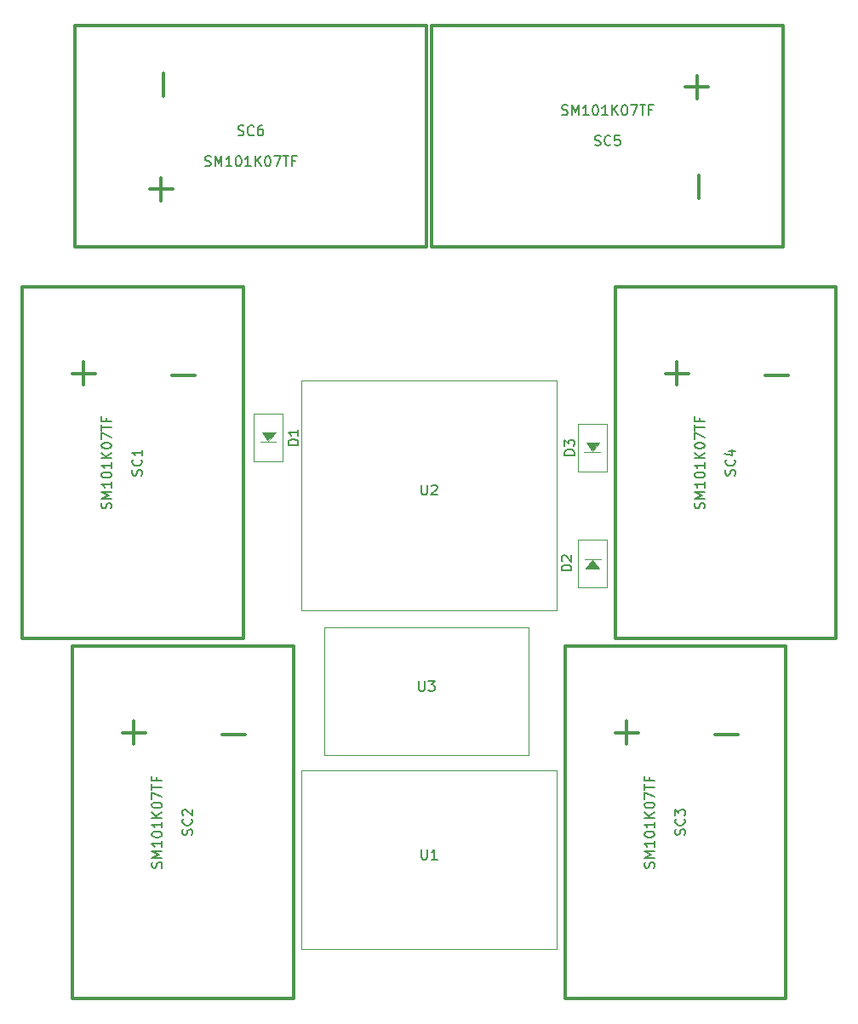
<source format=gbr>
%TF.GenerationSoftware,KiCad,Pcbnew,(5.1.10)-1*%
%TF.CreationDate,2022-05-08T17:07:42-07:00*%
%TF.ProjectId,solar-panel-side+XY,736f6c61-722d-4706-916e-656c2d736964,1.0*%
%TF.SameCoordinates,Original*%
%TF.FileFunction,Legend,Top*%
%TF.FilePolarity,Positive*%
%FSLAX46Y46*%
G04 Gerber Fmt 4.6, Leading zero omitted, Abs format (unit mm)*
G04 Created by KiCad (PCBNEW (5.1.10)-1) date 2022-05-08 17:07:42*
%MOMM*%
%LPD*%
G01*
G04 APERTURE LIST*
%ADD10C,0.120000*%
%ADD11C,0.100000*%
%ADD12C,0.300000*%
%ADD13C,0.150000*%
G04 APERTURE END LIST*
D10*
%TO.C,D3*%
X159200000Y-94375000D02*
X159200000Y-89625000D01*
X159200000Y-89625000D02*
X156300000Y-89625000D01*
X159200000Y-94375000D02*
X156300000Y-94375000D01*
X156300000Y-94375000D02*
X156300000Y-89625000D01*
D11*
G36*
X158461200Y-91492000D02*
G01*
X157724600Y-92304800D01*
X157115000Y-91492000D01*
X158461200Y-91492000D01*
G37*
X158461200Y-91492000D02*
X157724600Y-92304800D01*
X157115000Y-91492000D01*
X158461200Y-91492000D01*
D10*
X156937200Y-92431800D02*
X158486600Y-92431800D01*
%TO.C,D2*%
X156300000Y-101125000D02*
X156300000Y-105875000D01*
X156300000Y-105875000D02*
X159200000Y-105875000D01*
X156300000Y-101125000D02*
X159200000Y-101125000D01*
X159200000Y-101125000D02*
X159200000Y-105875000D01*
D11*
G36*
X157038800Y-104008000D02*
G01*
X157775400Y-103195200D01*
X158385000Y-104008000D01*
X157038800Y-104008000D01*
G37*
X157038800Y-104008000D02*
X157775400Y-103195200D01*
X158385000Y-104008000D01*
X157038800Y-104008000D01*
D10*
X158562800Y-103068200D02*
X157013400Y-103068200D01*
%TO.C,D1*%
X126950000Y-93375000D02*
X126950000Y-88625000D01*
X126950000Y-88625000D02*
X124050000Y-88625000D01*
X126950000Y-93375000D02*
X124050000Y-93375000D01*
X124050000Y-93375000D02*
X124050000Y-88625000D01*
D11*
G36*
X126211200Y-90492000D02*
G01*
X125474600Y-91304800D01*
X124865000Y-90492000D01*
X126211200Y-90492000D01*
G37*
X126211200Y-90492000D02*
X125474600Y-91304800D01*
X124865000Y-90492000D01*
X126211200Y-90492000D01*
D10*
X124687200Y-91431800D02*
X126236600Y-91431800D01*
%TO.C,U3*%
X141250000Y-109900000D02*
X131090000Y-109900000D01*
X131090000Y-109900000D02*
X131090000Y-116250000D01*
X141250000Y-109900000D02*
X151410000Y-109900000D01*
X151410000Y-109900000D02*
X151410000Y-116250000D01*
X131090000Y-122600000D02*
X131090000Y-116250000D01*
X141250000Y-122600000D02*
X131090000Y-122600000D01*
X151410000Y-122600000D02*
X151410000Y-116250000D01*
X141250000Y-122600000D02*
X151410000Y-122600000D01*
%TO.C,U2*%
X128800000Y-99290000D02*
X128800000Y-108180000D01*
X154200000Y-99290000D02*
X154200000Y-108180000D01*
X154200000Y-99290000D02*
X154200000Y-96750000D01*
X154200000Y-108180000D02*
X152422000Y-108180000D01*
X141500000Y-108180000D02*
X154200000Y-108180000D01*
X141500000Y-108180000D02*
X128800000Y-108180000D01*
X128800000Y-99290000D02*
X128800000Y-96750000D01*
X154200000Y-94210000D02*
X154200000Y-96750000D01*
X128800000Y-94210000D02*
X128800000Y-96750000D01*
X128800000Y-85320000D02*
X130578000Y-85320000D01*
X154200000Y-94210000D02*
X154200000Y-85320000D01*
X141500000Y-85320000D02*
X154200000Y-85320000D01*
X128800000Y-94210000D02*
X128800000Y-85320000D01*
X141500000Y-85320000D02*
X128800000Y-85320000D01*
%TO.C,U1*%
X141500000Y-124110000D02*
X128800000Y-124110000D01*
X128800000Y-133000000D02*
X128800000Y-124110000D01*
X141500000Y-124110000D02*
X154200000Y-124110000D01*
X154200000Y-133000000D02*
X154200000Y-124110000D01*
X128800000Y-133000000D02*
X128800000Y-141890000D01*
X141500000Y-141890000D02*
X128800000Y-141890000D01*
X141500000Y-141890000D02*
X154200000Y-141890000D01*
X154200000Y-133000000D02*
X154200000Y-141890000D01*
D12*
%TO.C,SC6*%
X141250000Y-50000000D02*
X141250000Y-72000000D01*
X106250000Y-50000000D02*
X141250000Y-50000000D01*
X106250000Y-72000000D02*
X106250000Y-50000000D01*
X141250000Y-72000000D02*
X106250000Y-72000000D01*
%TO.C,SC5*%
X141750000Y-72000000D02*
X141750000Y-50000000D01*
X176750000Y-72000000D02*
X141750000Y-72000000D01*
X176750000Y-50000000D02*
X176750000Y-72000000D01*
X141750000Y-50000000D02*
X176750000Y-50000000D01*
%TO.C,SC4*%
X182000000Y-111000000D02*
X160000000Y-111000000D01*
X182000000Y-76000000D02*
X182000000Y-111000000D01*
X160000000Y-76000000D02*
X182000000Y-76000000D01*
X160000000Y-111000000D02*
X160000000Y-76000000D01*
%TO.C,SC3*%
X177000000Y-146750000D02*
X155000000Y-146750000D01*
X177000000Y-111750000D02*
X177000000Y-146750000D01*
X155000000Y-111750000D02*
X177000000Y-111750000D01*
X155000000Y-146750000D02*
X155000000Y-111750000D01*
%TO.C,SC2*%
X128000000Y-146750000D02*
X106000000Y-146750000D01*
X128000000Y-111750000D02*
X128000000Y-146750000D01*
X106000000Y-111750000D02*
X128000000Y-111750000D01*
X106000000Y-146750000D02*
X106000000Y-111750000D01*
%TO.C,SC1*%
X123000000Y-111000000D02*
X101000000Y-111000000D01*
X123000000Y-76000000D02*
X123000000Y-111000000D01*
X101000000Y-76000000D02*
X123000000Y-76000000D01*
X101000000Y-111000000D02*
X101000000Y-76000000D01*
%TO.C,D3*%
D13*
X155952380Y-92738095D02*
X154952380Y-92738095D01*
X154952380Y-92500000D01*
X155000000Y-92357142D01*
X155095238Y-92261904D01*
X155190476Y-92214285D01*
X155380952Y-92166666D01*
X155523809Y-92166666D01*
X155714285Y-92214285D01*
X155809523Y-92261904D01*
X155904761Y-92357142D01*
X155952380Y-92500000D01*
X155952380Y-92738095D01*
X154952380Y-91833333D02*
X154952380Y-91214285D01*
X155333333Y-91547619D01*
X155333333Y-91404761D01*
X155380952Y-91309523D01*
X155428571Y-91261904D01*
X155523809Y-91214285D01*
X155761904Y-91214285D01*
X155857142Y-91261904D01*
X155904761Y-91309523D01*
X155952380Y-91404761D01*
X155952380Y-91690476D01*
X155904761Y-91785714D01*
X155857142Y-91833333D01*
%TO.C,D2*%
X155662380Y-104238095D02*
X154662380Y-104238095D01*
X154662380Y-104000000D01*
X154710000Y-103857142D01*
X154805238Y-103761904D01*
X154900476Y-103714285D01*
X155090952Y-103666666D01*
X155233809Y-103666666D01*
X155424285Y-103714285D01*
X155519523Y-103761904D01*
X155614761Y-103857142D01*
X155662380Y-104000000D01*
X155662380Y-104238095D01*
X154757619Y-103285714D02*
X154710000Y-103238095D01*
X154662380Y-103142857D01*
X154662380Y-102904761D01*
X154710000Y-102809523D01*
X154757619Y-102761904D01*
X154852857Y-102714285D01*
X154948095Y-102714285D01*
X155090952Y-102761904D01*
X155662380Y-103333333D01*
X155662380Y-102714285D01*
%TO.C,D1*%
X128492380Y-91738095D02*
X127492380Y-91738095D01*
X127492380Y-91500000D01*
X127540000Y-91357142D01*
X127635238Y-91261904D01*
X127730476Y-91214285D01*
X127920952Y-91166666D01*
X128063809Y-91166666D01*
X128254285Y-91214285D01*
X128349523Y-91261904D01*
X128444761Y-91357142D01*
X128492380Y-91500000D01*
X128492380Y-91738095D01*
X128492380Y-90214285D02*
X128492380Y-90785714D01*
X128492380Y-90500000D02*
X127492380Y-90500000D01*
X127635238Y-90595238D01*
X127730476Y-90690476D01*
X127778095Y-90785714D01*
%TO.C,U3*%
X140488095Y-115202380D02*
X140488095Y-116011904D01*
X140535714Y-116107142D01*
X140583333Y-116154761D01*
X140678571Y-116202380D01*
X140869047Y-116202380D01*
X140964285Y-116154761D01*
X141011904Y-116107142D01*
X141059523Y-116011904D01*
X141059523Y-115202380D01*
X141440476Y-115202380D02*
X142059523Y-115202380D01*
X141726190Y-115583333D01*
X141869047Y-115583333D01*
X141964285Y-115630952D01*
X142011904Y-115678571D01*
X142059523Y-115773809D01*
X142059523Y-116011904D01*
X142011904Y-116107142D01*
X141964285Y-116154761D01*
X141869047Y-116202380D01*
X141583333Y-116202380D01*
X141488095Y-116154761D01*
X141440476Y-116107142D01*
%TO.C,U2*%
X140738095Y-95702380D02*
X140738095Y-96511904D01*
X140785714Y-96607142D01*
X140833333Y-96654761D01*
X140928571Y-96702380D01*
X141119047Y-96702380D01*
X141214285Y-96654761D01*
X141261904Y-96607142D01*
X141309523Y-96511904D01*
X141309523Y-95702380D01*
X141738095Y-95797619D02*
X141785714Y-95750000D01*
X141880952Y-95702380D01*
X142119047Y-95702380D01*
X142214285Y-95750000D01*
X142261904Y-95797619D01*
X142309523Y-95892857D01*
X142309523Y-95988095D01*
X142261904Y-96130952D01*
X141690476Y-96702380D01*
X142309523Y-96702380D01*
%TO.C,U1*%
X140738095Y-131952380D02*
X140738095Y-132761904D01*
X140785714Y-132857142D01*
X140833333Y-132904761D01*
X140928571Y-132952380D01*
X141119047Y-132952380D01*
X141214285Y-132904761D01*
X141261904Y-132857142D01*
X141309523Y-132761904D01*
X141309523Y-131952380D01*
X142309523Y-132952380D02*
X141738095Y-132952380D01*
X142023809Y-132952380D02*
X142023809Y-131952380D01*
X141928571Y-132095238D01*
X141833333Y-132190476D01*
X141738095Y-132238095D01*
%TO.C,SC6*%
X122488095Y-60904761D02*
X122630952Y-60952380D01*
X122869047Y-60952380D01*
X122964285Y-60904761D01*
X123011904Y-60857142D01*
X123059523Y-60761904D01*
X123059523Y-60666666D01*
X123011904Y-60571428D01*
X122964285Y-60523809D01*
X122869047Y-60476190D01*
X122678571Y-60428571D01*
X122583333Y-60380952D01*
X122535714Y-60333333D01*
X122488095Y-60238095D01*
X122488095Y-60142857D01*
X122535714Y-60047619D01*
X122583333Y-60000000D01*
X122678571Y-59952380D01*
X122916666Y-59952380D01*
X123059523Y-60000000D01*
X124059523Y-60857142D02*
X124011904Y-60904761D01*
X123869047Y-60952380D01*
X123773809Y-60952380D01*
X123630952Y-60904761D01*
X123535714Y-60809523D01*
X123488095Y-60714285D01*
X123440476Y-60523809D01*
X123440476Y-60380952D01*
X123488095Y-60190476D01*
X123535714Y-60095238D01*
X123630952Y-60000000D01*
X123773809Y-59952380D01*
X123869047Y-59952380D01*
X124011904Y-60000000D01*
X124059523Y-60047619D01*
X124916666Y-59952380D02*
X124726190Y-59952380D01*
X124630952Y-60000000D01*
X124583333Y-60047619D01*
X124488095Y-60190476D01*
X124440476Y-60380952D01*
X124440476Y-60761904D01*
X124488095Y-60857142D01*
X124535714Y-60904761D01*
X124630952Y-60952380D01*
X124821428Y-60952380D01*
X124916666Y-60904761D01*
X124964285Y-60857142D01*
X125011904Y-60761904D01*
X125011904Y-60523809D01*
X124964285Y-60428571D01*
X124916666Y-60380952D01*
X124821428Y-60333333D01*
X124630952Y-60333333D01*
X124535714Y-60380952D01*
X124488095Y-60428571D01*
X124440476Y-60523809D01*
X119202380Y-63944761D02*
X119345238Y-63992380D01*
X119583333Y-63992380D01*
X119678571Y-63944761D01*
X119726190Y-63897142D01*
X119773809Y-63801904D01*
X119773809Y-63706666D01*
X119726190Y-63611428D01*
X119678571Y-63563809D01*
X119583333Y-63516190D01*
X119392857Y-63468571D01*
X119297619Y-63420952D01*
X119250000Y-63373333D01*
X119202380Y-63278095D01*
X119202380Y-63182857D01*
X119250000Y-63087619D01*
X119297619Y-63040000D01*
X119392857Y-62992380D01*
X119630952Y-62992380D01*
X119773809Y-63040000D01*
X120202380Y-63992380D02*
X120202380Y-62992380D01*
X120535714Y-63706666D01*
X120869047Y-62992380D01*
X120869047Y-63992380D01*
X121869047Y-63992380D02*
X121297619Y-63992380D01*
X121583333Y-63992380D02*
X121583333Y-62992380D01*
X121488095Y-63135238D01*
X121392857Y-63230476D01*
X121297619Y-63278095D01*
X122488095Y-62992380D02*
X122583333Y-62992380D01*
X122678571Y-63040000D01*
X122726190Y-63087619D01*
X122773809Y-63182857D01*
X122821428Y-63373333D01*
X122821428Y-63611428D01*
X122773809Y-63801904D01*
X122726190Y-63897142D01*
X122678571Y-63944761D01*
X122583333Y-63992380D01*
X122488095Y-63992380D01*
X122392857Y-63944761D01*
X122345238Y-63897142D01*
X122297619Y-63801904D01*
X122250000Y-63611428D01*
X122250000Y-63373333D01*
X122297619Y-63182857D01*
X122345238Y-63087619D01*
X122392857Y-63040000D01*
X122488095Y-62992380D01*
X123773809Y-63992380D02*
X123202380Y-63992380D01*
X123488095Y-63992380D02*
X123488095Y-62992380D01*
X123392857Y-63135238D01*
X123297619Y-63230476D01*
X123202380Y-63278095D01*
X124202380Y-63992380D02*
X124202380Y-62992380D01*
X124773809Y-63992380D02*
X124345238Y-63420952D01*
X124773809Y-62992380D02*
X124202380Y-63563809D01*
X125392857Y-62992380D02*
X125488095Y-62992380D01*
X125583333Y-63040000D01*
X125630952Y-63087619D01*
X125678571Y-63182857D01*
X125726190Y-63373333D01*
X125726190Y-63611428D01*
X125678571Y-63801904D01*
X125630952Y-63897142D01*
X125583333Y-63944761D01*
X125488095Y-63992380D01*
X125392857Y-63992380D01*
X125297619Y-63944761D01*
X125250000Y-63897142D01*
X125202380Y-63801904D01*
X125154761Y-63611428D01*
X125154761Y-63373333D01*
X125202380Y-63182857D01*
X125250000Y-63087619D01*
X125297619Y-63040000D01*
X125392857Y-62992380D01*
X126059523Y-62992380D02*
X126726190Y-62992380D01*
X126297619Y-63992380D01*
X126964285Y-62992380D02*
X127535714Y-62992380D01*
X127250000Y-63992380D02*
X127250000Y-62992380D01*
X128202380Y-63468571D02*
X127869047Y-63468571D01*
X127869047Y-63992380D02*
X127869047Y-62992380D01*
X128345238Y-62992380D01*
D12*
X115074285Y-57062857D02*
X115074285Y-54777142D01*
X113717142Y-66294285D02*
X116002857Y-66294285D01*
X114860000Y-67437142D02*
X114860000Y-65151428D01*
%TO.C,SC5*%
D13*
X157988095Y-61904761D02*
X158130952Y-61952380D01*
X158369047Y-61952380D01*
X158464285Y-61904761D01*
X158511904Y-61857142D01*
X158559523Y-61761904D01*
X158559523Y-61666666D01*
X158511904Y-61571428D01*
X158464285Y-61523809D01*
X158369047Y-61476190D01*
X158178571Y-61428571D01*
X158083333Y-61380952D01*
X158035714Y-61333333D01*
X157988095Y-61238095D01*
X157988095Y-61142857D01*
X158035714Y-61047619D01*
X158083333Y-61000000D01*
X158178571Y-60952380D01*
X158416666Y-60952380D01*
X158559523Y-61000000D01*
X159559523Y-61857142D02*
X159511904Y-61904761D01*
X159369047Y-61952380D01*
X159273809Y-61952380D01*
X159130952Y-61904761D01*
X159035714Y-61809523D01*
X158988095Y-61714285D01*
X158940476Y-61523809D01*
X158940476Y-61380952D01*
X158988095Y-61190476D01*
X159035714Y-61095238D01*
X159130952Y-61000000D01*
X159273809Y-60952380D01*
X159369047Y-60952380D01*
X159511904Y-61000000D01*
X159559523Y-61047619D01*
X160464285Y-60952380D02*
X159988095Y-60952380D01*
X159940476Y-61428571D01*
X159988095Y-61380952D01*
X160083333Y-61333333D01*
X160321428Y-61333333D01*
X160416666Y-61380952D01*
X160464285Y-61428571D01*
X160511904Y-61523809D01*
X160511904Y-61761904D01*
X160464285Y-61857142D01*
X160416666Y-61904761D01*
X160321428Y-61952380D01*
X160083333Y-61952380D01*
X159988095Y-61904761D01*
X159940476Y-61857142D01*
X154702380Y-58864761D02*
X154845238Y-58912380D01*
X155083333Y-58912380D01*
X155178571Y-58864761D01*
X155226190Y-58817142D01*
X155273809Y-58721904D01*
X155273809Y-58626666D01*
X155226190Y-58531428D01*
X155178571Y-58483809D01*
X155083333Y-58436190D01*
X154892857Y-58388571D01*
X154797619Y-58340952D01*
X154750000Y-58293333D01*
X154702380Y-58198095D01*
X154702380Y-58102857D01*
X154750000Y-58007619D01*
X154797619Y-57960000D01*
X154892857Y-57912380D01*
X155130952Y-57912380D01*
X155273809Y-57960000D01*
X155702380Y-58912380D02*
X155702380Y-57912380D01*
X156035714Y-58626666D01*
X156369047Y-57912380D01*
X156369047Y-58912380D01*
X157369047Y-58912380D02*
X156797619Y-58912380D01*
X157083333Y-58912380D02*
X157083333Y-57912380D01*
X156988095Y-58055238D01*
X156892857Y-58150476D01*
X156797619Y-58198095D01*
X157988095Y-57912380D02*
X158083333Y-57912380D01*
X158178571Y-57960000D01*
X158226190Y-58007619D01*
X158273809Y-58102857D01*
X158321428Y-58293333D01*
X158321428Y-58531428D01*
X158273809Y-58721904D01*
X158226190Y-58817142D01*
X158178571Y-58864761D01*
X158083333Y-58912380D01*
X157988095Y-58912380D01*
X157892857Y-58864761D01*
X157845238Y-58817142D01*
X157797619Y-58721904D01*
X157750000Y-58531428D01*
X157750000Y-58293333D01*
X157797619Y-58102857D01*
X157845238Y-58007619D01*
X157892857Y-57960000D01*
X157988095Y-57912380D01*
X159273809Y-58912380D02*
X158702380Y-58912380D01*
X158988095Y-58912380D02*
X158988095Y-57912380D01*
X158892857Y-58055238D01*
X158797619Y-58150476D01*
X158702380Y-58198095D01*
X159702380Y-58912380D02*
X159702380Y-57912380D01*
X160273809Y-58912380D02*
X159845238Y-58340952D01*
X160273809Y-57912380D02*
X159702380Y-58483809D01*
X160892857Y-57912380D02*
X160988095Y-57912380D01*
X161083333Y-57960000D01*
X161130952Y-58007619D01*
X161178571Y-58102857D01*
X161226190Y-58293333D01*
X161226190Y-58531428D01*
X161178571Y-58721904D01*
X161130952Y-58817142D01*
X161083333Y-58864761D01*
X160988095Y-58912380D01*
X160892857Y-58912380D01*
X160797619Y-58864761D01*
X160750000Y-58817142D01*
X160702380Y-58721904D01*
X160654761Y-58531428D01*
X160654761Y-58293333D01*
X160702380Y-58102857D01*
X160750000Y-58007619D01*
X160797619Y-57960000D01*
X160892857Y-57912380D01*
X161559523Y-57912380D02*
X162226190Y-57912380D01*
X161797619Y-58912380D01*
X162464285Y-57912380D02*
X163035714Y-57912380D01*
X162750000Y-58912380D02*
X162750000Y-57912380D01*
X163702380Y-58388571D02*
X163369047Y-58388571D01*
X163369047Y-58912380D02*
X163369047Y-57912380D01*
X163845238Y-57912380D01*
D12*
X168354285Y-67222857D02*
X168354285Y-64937142D01*
X166997142Y-56134285D02*
X169282857Y-56134285D01*
X168140000Y-57277142D02*
X168140000Y-54991428D01*
%TO.C,SC4*%
D13*
X171904761Y-94761904D02*
X171952380Y-94619047D01*
X171952380Y-94380952D01*
X171904761Y-94285714D01*
X171857142Y-94238095D01*
X171761904Y-94190476D01*
X171666666Y-94190476D01*
X171571428Y-94238095D01*
X171523809Y-94285714D01*
X171476190Y-94380952D01*
X171428571Y-94571428D01*
X171380952Y-94666666D01*
X171333333Y-94714285D01*
X171238095Y-94761904D01*
X171142857Y-94761904D01*
X171047619Y-94714285D01*
X171000000Y-94666666D01*
X170952380Y-94571428D01*
X170952380Y-94333333D01*
X171000000Y-94190476D01*
X171857142Y-93190476D02*
X171904761Y-93238095D01*
X171952380Y-93380952D01*
X171952380Y-93476190D01*
X171904761Y-93619047D01*
X171809523Y-93714285D01*
X171714285Y-93761904D01*
X171523809Y-93809523D01*
X171380952Y-93809523D01*
X171190476Y-93761904D01*
X171095238Y-93714285D01*
X171000000Y-93619047D01*
X170952380Y-93476190D01*
X170952380Y-93380952D01*
X171000000Y-93238095D01*
X171047619Y-93190476D01*
X171285714Y-92333333D02*
X171952380Y-92333333D01*
X170904761Y-92571428D02*
X171619047Y-92809523D01*
X171619047Y-92190476D01*
X168864761Y-98047619D02*
X168912380Y-97904761D01*
X168912380Y-97666666D01*
X168864761Y-97571428D01*
X168817142Y-97523809D01*
X168721904Y-97476190D01*
X168626666Y-97476190D01*
X168531428Y-97523809D01*
X168483809Y-97571428D01*
X168436190Y-97666666D01*
X168388571Y-97857142D01*
X168340952Y-97952380D01*
X168293333Y-98000000D01*
X168198095Y-98047619D01*
X168102857Y-98047619D01*
X168007619Y-98000000D01*
X167960000Y-97952380D01*
X167912380Y-97857142D01*
X167912380Y-97619047D01*
X167960000Y-97476190D01*
X168912380Y-97047619D02*
X167912380Y-97047619D01*
X168626666Y-96714285D01*
X167912380Y-96380952D01*
X168912380Y-96380952D01*
X168912380Y-95380952D02*
X168912380Y-95952380D01*
X168912380Y-95666666D02*
X167912380Y-95666666D01*
X168055238Y-95761904D01*
X168150476Y-95857142D01*
X168198095Y-95952380D01*
X167912380Y-94761904D02*
X167912380Y-94666666D01*
X167960000Y-94571428D01*
X168007619Y-94523809D01*
X168102857Y-94476190D01*
X168293333Y-94428571D01*
X168531428Y-94428571D01*
X168721904Y-94476190D01*
X168817142Y-94523809D01*
X168864761Y-94571428D01*
X168912380Y-94666666D01*
X168912380Y-94761904D01*
X168864761Y-94857142D01*
X168817142Y-94904761D01*
X168721904Y-94952380D01*
X168531428Y-95000000D01*
X168293333Y-95000000D01*
X168102857Y-94952380D01*
X168007619Y-94904761D01*
X167960000Y-94857142D01*
X167912380Y-94761904D01*
X168912380Y-93476190D02*
X168912380Y-94047619D01*
X168912380Y-93761904D02*
X167912380Y-93761904D01*
X168055238Y-93857142D01*
X168150476Y-93952380D01*
X168198095Y-94047619D01*
X168912380Y-93047619D02*
X167912380Y-93047619D01*
X168912380Y-92476190D02*
X168340952Y-92904761D01*
X167912380Y-92476190D02*
X168483809Y-93047619D01*
X167912380Y-91857142D02*
X167912380Y-91761904D01*
X167960000Y-91666666D01*
X168007619Y-91619047D01*
X168102857Y-91571428D01*
X168293333Y-91523809D01*
X168531428Y-91523809D01*
X168721904Y-91571428D01*
X168817142Y-91619047D01*
X168864761Y-91666666D01*
X168912380Y-91761904D01*
X168912380Y-91857142D01*
X168864761Y-91952380D01*
X168817142Y-92000000D01*
X168721904Y-92047619D01*
X168531428Y-92095238D01*
X168293333Y-92095238D01*
X168102857Y-92047619D01*
X168007619Y-92000000D01*
X167960000Y-91952380D01*
X167912380Y-91857142D01*
X167912380Y-91190476D02*
X167912380Y-90523809D01*
X168912380Y-90952380D01*
X167912380Y-90285714D02*
X167912380Y-89714285D01*
X168912380Y-90000000D02*
X167912380Y-90000000D01*
X168388571Y-89047619D02*
X168388571Y-89380952D01*
X168912380Y-89380952D02*
X167912380Y-89380952D01*
X167912380Y-88904761D01*
D12*
X174937142Y-84824285D02*
X177222857Y-84824285D01*
X166134285Y-85752857D02*
X166134285Y-83467142D01*
X167277142Y-84610000D02*
X164991428Y-84610000D01*
%TO.C,SC3*%
D13*
X166904761Y-130511904D02*
X166952380Y-130369047D01*
X166952380Y-130130952D01*
X166904761Y-130035714D01*
X166857142Y-129988095D01*
X166761904Y-129940476D01*
X166666666Y-129940476D01*
X166571428Y-129988095D01*
X166523809Y-130035714D01*
X166476190Y-130130952D01*
X166428571Y-130321428D01*
X166380952Y-130416666D01*
X166333333Y-130464285D01*
X166238095Y-130511904D01*
X166142857Y-130511904D01*
X166047619Y-130464285D01*
X166000000Y-130416666D01*
X165952380Y-130321428D01*
X165952380Y-130083333D01*
X166000000Y-129940476D01*
X166857142Y-128940476D02*
X166904761Y-128988095D01*
X166952380Y-129130952D01*
X166952380Y-129226190D01*
X166904761Y-129369047D01*
X166809523Y-129464285D01*
X166714285Y-129511904D01*
X166523809Y-129559523D01*
X166380952Y-129559523D01*
X166190476Y-129511904D01*
X166095238Y-129464285D01*
X166000000Y-129369047D01*
X165952380Y-129226190D01*
X165952380Y-129130952D01*
X166000000Y-128988095D01*
X166047619Y-128940476D01*
X165952380Y-128607142D02*
X165952380Y-127988095D01*
X166333333Y-128321428D01*
X166333333Y-128178571D01*
X166380952Y-128083333D01*
X166428571Y-128035714D01*
X166523809Y-127988095D01*
X166761904Y-127988095D01*
X166857142Y-128035714D01*
X166904761Y-128083333D01*
X166952380Y-128178571D01*
X166952380Y-128464285D01*
X166904761Y-128559523D01*
X166857142Y-128607142D01*
X163864761Y-133797619D02*
X163912380Y-133654761D01*
X163912380Y-133416666D01*
X163864761Y-133321428D01*
X163817142Y-133273809D01*
X163721904Y-133226190D01*
X163626666Y-133226190D01*
X163531428Y-133273809D01*
X163483809Y-133321428D01*
X163436190Y-133416666D01*
X163388571Y-133607142D01*
X163340952Y-133702380D01*
X163293333Y-133750000D01*
X163198095Y-133797619D01*
X163102857Y-133797619D01*
X163007619Y-133750000D01*
X162960000Y-133702380D01*
X162912380Y-133607142D01*
X162912380Y-133369047D01*
X162960000Y-133226190D01*
X163912380Y-132797619D02*
X162912380Y-132797619D01*
X163626666Y-132464285D01*
X162912380Y-132130952D01*
X163912380Y-132130952D01*
X163912380Y-131130952D02*
X163912380Y-131702380D01*
X163912380Y-131416666D02*
X162912380Y-131416666D01*
X163055238Y-131511904D01*
X163150476Y-131607142D01*
X163198095Y-131702380D01*
X162912380Y-130511904D02*
X162912380Y-130416666D01*
X162960000Y-130321428D01*
X163007619Y-130273809D01*
X163102857Y-130226190D01*
X163293333Y-130178571D01*
X163531428Y-130178571D01*
X163721904Y-130226190D01*
X163817142Y-130273809D01*
X163864761Y-130321428D01*
X163912380Y-130416666D01*
X163912380Y-130511904D01*
X163864761Y-130607142D01*
X163817142Y-130654761D01*
X163721904Y-130702380D01*
X163531428Y-130750000D01*
X163293333Y-130750000D01*
X163102857Y-130702380D01*
X163007619Y-130654761D01*
X162960000Y-130607142D01*
X162912380Y-130511904D01*
X163912380Y-129226190D02*
X163912380Y-129797619D01*
X163912380Y-129511904D02*
X162912380Y-129511904D01*
X163055238Y-129607142D01*
X163150476Y-129702380D01*
X163198095Y-129797619D01*
X163912380Y-128797619D02*
X162912380Y-128797619D01*
X163912380Y-128226190D02*
X163340952Y-128654761D01*
X162912380Y-128226190D02*
X163483809Y-128797619D01*
X162912380Y-127607142D02*
X162912380Y-127511904D01*
X162960000Y-127416666D01*
X163007619Y-127369047D01*
X163102857Y-127321428D01*
X163293333Y-127273809D01*
X163531428Y-127273809D01*
X163721904Y-127321428D01*
X163817142Y-127369047D01*
X163864761Y-127416666D01*
X163912380Y-127511904D01*
X163912380Y-127607142D01*
X163864761Y-127702380D01*
X163817142Y-127750000D01*
X163721904Y-127797619D01*
X163531428Y-127845238D01*
X163293333Y-127845238D01*
X163102857Y-127797619D01*
X163007619Y-127750000D01*
X162960000Y-127702380D01*
X162912380Y-127607142D01*
X162912380Y-126940476D02*
X162912380Y-126273809D01*
X163912380Y-126702380D01*
X162912380Y-126035714D02*
X162912380Y-125464285D01*
X163912380Y-125750000D02*
X162912380Y-125750000D01*
X163388571Y-124797619D02*
X163388571Y-125130952D01*
X163912380Y-125130952D02*
X162912380Y-125130952D01*
X162912380Y-124654761D01*
D12*
X169937142Y-120574285D02*
X172222857Y-120574285D01*
X161134285Y-121502857D02*
X161134285Y-119217142D01*
X162277142Y-120360000D02*
X159991428Y-120360000D01*
%TO.C,SC2*%
D13*
X117904761Y-130511904D02*
X117952380Y-130369047D01*
X117952380Y-130130952D01*
X117904761Y-130035714D01*
X117857142Y-129988095D01*
X117761904Y-129940476D01*
X117666666Y-129940476D01*
X117571428Y-129988095D01*
X117523809Y-130035714D01*
X117476190Y-130130952D01*
X117428571Y-130321428D01*
X117380952Y-130416666D01*
X117333333Y-130464285D01*
X117238095Y-130511904D01*
X117142857Y-130511904D01*
X117047619Y-130464285D01*
X117000000Y-130416666D01*
X116952380Y-130321428D01*
X116952380Y-130083333D01*
X117000000Y-129940476D01*
X117857142Y-128940476D02*
X117904761Y-128988095D01*
X117952380Y-129130952D01*
X117952380Y-129226190D01*
X117904761Y-129369047D01*
X117809523Y-129464285D01*
X117714285Y-129511904D01*
X117523809Y-129559523D01*
X117380952Y-129559523D01*
X117190476Y-129511904D01*
X117095238Y-129464285D01*
X117000000Y-129369047D01*
X116952380Y-129226190D01*
X116952380Y-129130952D01*
X117000000Y-128988095D01*
X117047619Y-128940476D01*
X117047619Y-128559523D02*
X117000000Y-128511904D01*
X116952380Y-128416666D01*
X116952380Y-128178571D01*
X117000000Y-128083333D01*
X117047619Y-128035714D01*
X117142857Y-127988095D01*
X117238095Y-127988095D01*
X117380952Y-128035714D01*
X117952380Y-128607142D01*
X117952380Y-127988095D01*
X114864761Y-133797619D02*
X114912380Y-133654761D01*
X114912380Y-133416666D01*
X114864761Y-133321428D01*
X114817142Y-133273809D01*
X114721904Y-133226190D01*
X114626666Y-133226190D01*
X114531428Y-133273809D01*
X114483809Y-133321428D01*
X114436190Y-133416666D01*
X114388571Y-133607142D01*
X114340952Y-133702380D01*
X114293333Y-133750000D01*
X114198095Y-133797619D01*
X114102857Y-133797619D01*
X114007619Y-133750000D01*
X113960000Y-133702380D01*
X113912380Y-133607142D01*
X113912380Y-133369047D01*
X113960000Y-133226190D01*
X114912380Y-132797619D02*
X113912380Y-132797619D01*
X114626666Y-132464285D01*
X113912380Y-132130952D01*
X114912380Y-132130952D01*
X114912380Y-131130952D02*
X114912380Y-131702380D01*
X114912380Y-131416666D02*
X113912380Y-131416666D01*
X114055238Y-131511904D01*
X114150476Y-131607142D01*
X114198095Y-131702380D01*
X113912380Y-130511904D02*
X113912380Y-130416666D01*
X113960000Y-130321428D01*
X114007619Y-130273809D01*
X114102857Y-130226190D01*
X114293333Y-130178571D01*
X114531428Y-130178571D01*
X114721904Y-130226190D01*
X114817142Y-130273809D01*
X114864761Y-130321428D01*
X114912380Y-130416666D01*
X114912380Y-130511904D01*
X114864761Y-130607142D01*
X114817142Y-130654761D01*
X114721904Y-130702380D01*
X114531428Y-130750000D01*
X114293333Y-130750000D01*
X114102857Y-130702380D01*
X114007619Y-130654761D01*
X113960000Y-130607142D01*
X113912380Y-130511904D01*
X114912380Y-129226190D02*
X114912380Y-129797619D01*
X114912380Y-129511904D02*
X113912380Y-129511904D01*
X114055238Y-129607142D01*
X114150476Y-129702380D01*
X114198095Y-129797619D01*
X114912380Y-128797619D02*
X113912380Y-128797619D01*
X114912380Y-128226190D02*
X114340952Y-128654761D01*
X113912380Y-128226190D02*
X114483809Y-128797619D01*
X113912380Y-127607142D02*
X113912380Y-127511904D01*
X113960000Y-127416666D01*
X114007619Y-127369047D01*
X114102857Y-127321428D01*
X114293333Y-127273809D01*
X114531428Y-127273809D01*
X114721904Y-127321428D01*
X114817142Y-127369047D01*
X114864761Y-127416666D01*
X114912380Y-127511904D01*
X114912380Y-127607142D01*
X114864761Y-127702380D01*
X114817142Y-127750000D01*
X114721904Y-127797619D01*
X114531428Y-127845238D01*
X114293333Y-127845238D01*
X114102857Y-127797619D01*
X114007619Y-127750000D01*
X113960000Y-127702380D01*
X113912380Y-127607142D01*
X113912380Y-126940476D02*
X113912380Y-126273809D01*
X114912380Y-126702380D01*
X113912380Y-126035714D02*
X113912380Y-125464285D01*
X114912380Y-125750000D02*
X113912380Y-125750000D01*
X114388571Y-124797619D02*
X114388571Y-125130952D01*
X114912380Y-125130952D02*
X113912380Y-125130952D01*
X113912380Y-124654761D01*
D12*
X120937142Y-120574285D02*
X123222857Y-120574285D01*
X112134285Y-121502857D02*
X112134285Y-119217142D01*
X113277142Y-120360000D02*
X110991428Y-120360000D01*
%TO.C,SC1*%
D13*
X112904761Y-94761904D02*
X112952380Y-94619047D01*
X112952380Y-94380952D01*
X112904761Y-94285714D01*
X112857142Y-94238095D01*
X112761904Y-94190476D01*
X112666666Y-94190476D01*
X112571428Y-94238095D01*
X112523809Y-94285714D01*
X112476190Y-94380952D01*
X112428571Y-94571428D01*
X112380952Y-94666666D01*
X112333333Y-94714285D01*
X112238095Y-94761904D01*
X112142857Y-94761904D01*
X112047619Y-94714285D01*
X112000000Y-94666666D01*
X111952380Y-94571428D01*
X111952380Y-94333333D01*
X112000000Y-94190476D01*
X112857142Y-93190476D02*
X112904761Y-93238095D01*
X112952380Y-93380952D01*
X112952380Y-93476190D01*
X112904761Y-93619047D01*
X112809523Y-93714285D01*
X112714285Y-93761904D01*
X112523809Y-93809523D01*
X112380952Y-93809523D01*
X112190476Y-93761904D01*
X112095238Y-93714285D01*
X112000000Y-93619047D01*
X111952380Y-93476190D01*
X111952380Y-93380952D01*
X112000000Y-93238095D01*
X112047619Y-93190476D01*
X112952380Y-92238095D02*
X112952380Y-92809523D01*
X112952380Y-92523809D02*
X111952380Y-92523809D01*
X112095238Y-92619047D01*
X112190476Y-92714285D01*
X112238095Y-92809523D01*
X109864761Y-98047619D02*
X109912380Y-97904761D01*
X109912380Y-97666666D01*
X109864761Y-97571428D01*
X109817142Y-97523809D01*
X109721904Y-97476190D01*
X109626666Y-97476190D01*
X109531428Y-97523809D01*
X109483809Y-97571428D01*
X109436190Y-97666666D01*
X109388571Y-97857142D01*
X109340952Y-97952380D01*
X109293333Y-98000000D01*
X109198095Y-98047619D01*
X109102857Y-98047619D01*
X109007619Y-98000000D01*
X108960000Y-97952380D01*
X108912380Y-97857142D01*
X108912380Y-97619047D01*
X108960000Y-97476190D01*
X109912380Y-97047619D02*
X108912380Y-97047619D01*
X109626666Y-96714285D01*
X108912380Y-96380952D01*
X109912380Y-96380952D01*
X109912380Y-95380952D02*
X109912380Y-95952380D01*
X109912380Y-95666666D02*
X108912380Y-95666666D01*
X109055238Y-95761904D01*
X109150476Y-95857142D01*
X109198095Y-95952380D01*
X108912380Y-94761904D02*
X108912380Y-94666666D01*
X108960000Y-94571428D01*
X109007619Y-94523809D01*
X109102857Y-94476190D01*
X109293333Y-94428571D01*
X109531428Y-94428571D01*
X109721904Y-94476190D01*
X109817142Y-94523809D01*
X109864761Y-94571428D01*
X109912380Y-94666666D01*
X109912380Y-94761904D01*
X109864761Y-94857142D01*
X109817142Y-94904761D01*
X109721904Y-94952380D01*
X109531428Y-95000000D01*
X109293333Y-95000000D01*
X109102857Y-94952380D01*
X109007619Y-94904761D01*
X108960000Y-94857142D01*
X108912380Y-94761904D01*
X109912380Y-93476190D02*
X109912380Y-94047619D01*
X109912380Y-93761904D02*
X108912380Y-93761904D01*
X109055238Y-93857142D01*
X109150476Y-93952380D01*
X109198095Y-94047619D01*
X109912380Y-93047619D02*
X108912380Y-93047619D01*
X109912380Y-92476190D02*
X109340952Y-92904761D01*
X108912380Y-92476190D02*
X109483809Y-93047619D01*
X108912380Y-91857142D02*
X108912380Y-91761904D01*
X108960000Y-91666666D01*
X109007619Y-91619047D01*
X109102857Y-91571428D01*
X109293333Y-91523809D01*
X109531428Y-91523809D01*
X109721904Y-91571428D01*
X109817142Y-91619047D01*
X109864761Y-91666666D01*
X109912380Y-91761904D01*
X109912380Y-91857142D01*
X109864761Y-91952380D01*
X109817142Y-92000000D01*
X109721904Y-92047619D01*
X109531428Y-92095238D01*
X109293333Y-92095238D01*
X109102857Y-92047619D01*
X109007619Y-92000000D01*
X108960000Y-91952380D01*
X108912380Y-91857142D01*
X108912380Y-91190476D02*
X108912380Y-90523809D01*
X109912380Y-90952380D01*
X108912380Y-90285714D02*
X108912380Y-89714285D01*
X109912380Y-90000000D02*
X108912380Y-90000000D01*
X109388571Y-89047619D02*
X109388571Y-89380952D01*
X109912380Y-89380952D02*
X108912380Y-89380952D01*
X108912380Y-88904761D01*
D12*
X115937142Y-84824285D02*
X118222857Y-84824285D01*
X107134285Y-85752857D02*
X107134285Y-83467142D01*
X108277142Y-84610000D02*
X105991428Y-84610000D01*
%TD*%
M02*

</source>
